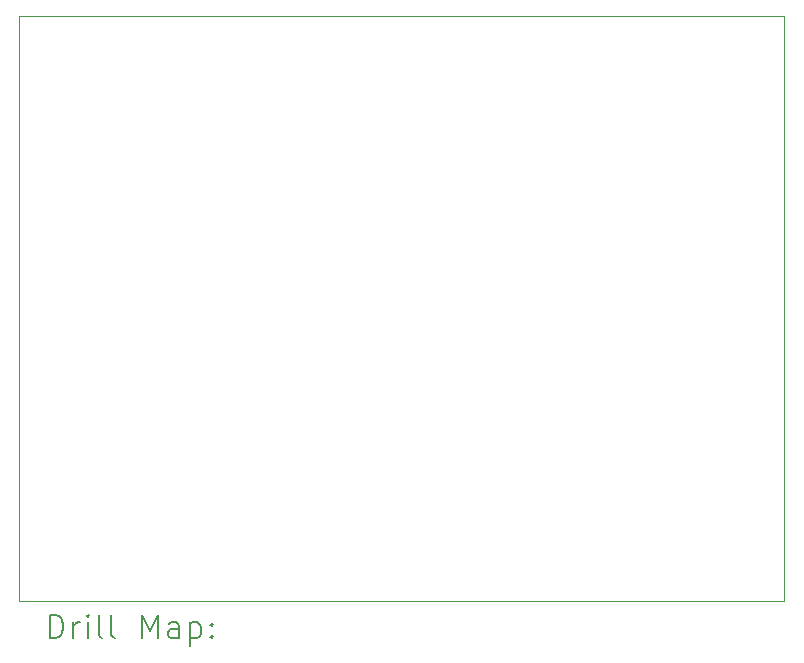
<source format=gbr>
%TF.GenerationSoftware,KiCad,Pcbnew,(6.0.7)*%
%TF.CreationDate,2022-09-15T17:32:33-05:00*%
%TF.ProjectId,Simplified01,53696d70-6c69-4666-9965-6430312e6b69,rev?*%
%TF.SameCoordinates,Original*%
%TF.FileFunction,Drillmap*%
%TF.FilePolarity,Positive*%
%FSLAX45Y45*%
G04 Gerber Fmt 4.5, Leading zero omitted, Abs format (unit mm)*
G04 Created by KiCad (PCBNEW (6.0.7)) date 2022-09-15 17:32:33*
%MOMM*%
%LPD*%
G01*
G04 APERTURE LIST*
%ADD10C,0.050000*%
%ADD11C,0.200000*%
G04 APERTURE END LIST*
D10*
X9969125Y-7038375D02*
X16446125Y-7038375D01*
X16446125Y-11991375D02*
X9969125Y-11991375D01*
X16446125Y-7038375D02*
X16446125Y-11991375D01*
X9969125Y-11991375D02*
X9969125Y-7038375D01*
D11*
X10224244Y-12304351D02*
X10224244Y-12104351D01*
X10271863Y-12104351D01*
X10300435Y-12113875D01*
X10319482Y-12132923D01*
X10329006Y-12151970D01*
X10338530Y-12190065D01*
X10338530Y-12218637D01*
X10329006Y-12256732D01*
X10319482Y-12275780D01*
X10300435Y-12294827D01*
X10271863Y-12304351D01*
X10224244Y-12304351D01*
X10424244Y-12304351D02*
X10424244Y-12171018D01*
X10424244Y-12209113D02*
X10433768Y-12190065D01*
X10443292Y-12180542D01*
X10462339Y-12171018D01*
X10481387Y-12171018D01*
X10548054Y-12304351D02*
X10548054Y-12171018D01*
X10548054Y-12104351D02*
X10538530Y-12113875D01*
X10548054Y-12123399D01*
X10557577Y-12113875D01*
X10548054Y-12104351D01*
X10548054Y-12123399D01*
X10671863Y-12304351D02*
X10652816Y-12294827D01*
X10643292Y-12275780D01*
X10643292Y-12104351D01*
X10776625Y-12304351D02*
X10757577Y-12294827D01*
X10748054Y-12275780D01*
X10748054Y-12104351D01*
X11005197Y-12304351D02*
X11005197Y-12104351D01*
X11071863Y-12247208D01*
X11138530Y-12104351D01*
X11138530Y-12304351D01*
X11319482Y-12304351D02*
X11319482Y-12199589D01*
X11309958Y-12180542D01*
X11290911Y-12171018D01*
X11252815Y-12171018D01*
X11233768Y-12180542D01*
X11319482Y-12294827D02*
X11300435Y-12304351D01*
X11252815Y-12304351D01*
X11233768Y-12294827D01*
X11224244Y-12275780D01*
X11224244Y-12256732D01*
X11233768Y-12237685D01*
X11252815Y-12228161D01*
X11300435Y-12228161D01*
X11319482Y-12218637D01*
X11414720Y-12171018D02*
X11414720Y-12371018D01*
X11414720Y-12180542D02*
X11433768Y-12171018D01*
X11471863Y-12171018D01*
X11490911Y-12180542D01*
X11500435Y-12190065D01*
X11509958Y-12209113D01*
X11509958Y-12266256D01*
X11500435Y-12285304D01*
X11490911Y-12294827D01*
X11471863Y-12304351D01*
X11433768Y-12304351D01*
X11414720Y-12294827D01*
X11595673Y-12285304D02*
X11605196Y-12294827D01*
X11595673Y-12304351D01*
X11586149Y-12294827D01*
X11595673Y-12285304D01*
X11595673Y-12304351D01*
X11595673Y-12180542D02*
X11605196Y-12190065D01*
X11595673Y-12199589D01*
X11586149Y-12190065D01*
X11595673Y-12180542D01*
X11595673Y-12199589D01*
M02*

</source>
